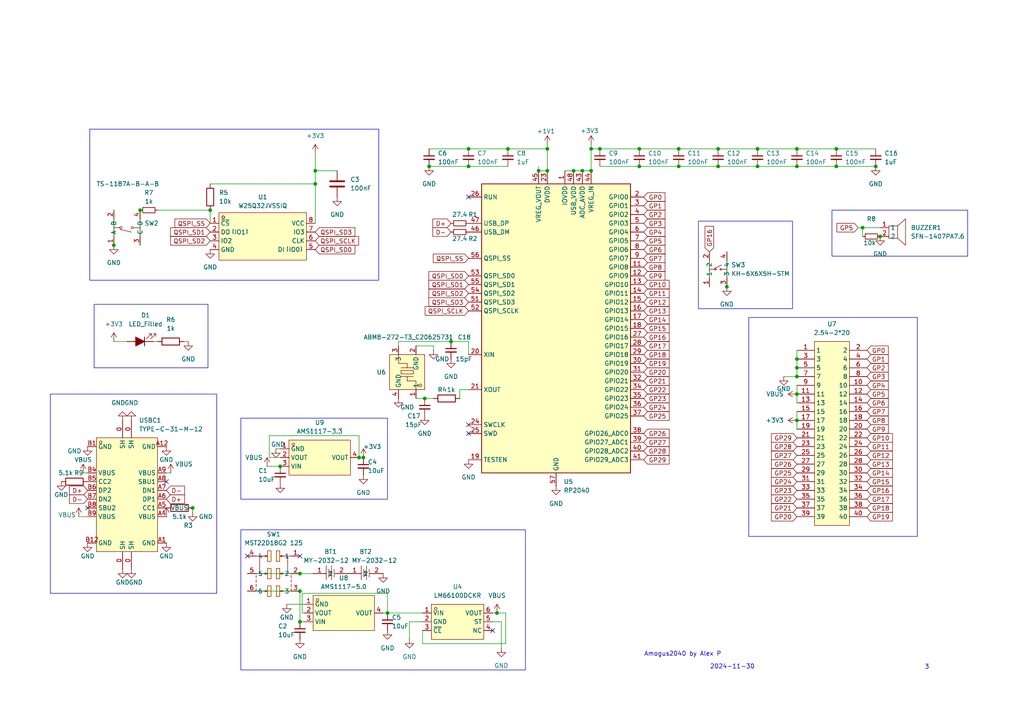
<source format=kicad_sch>
(kicad_sch (version 20231120) (generator "eeschema") (generator_version "8.0")
  (paper "A4")
  (junction (at 144.145 177.8))
  (junction (at 156.21 49.53))
  (junction (at 219.71 43.18))
  (junction (at 147.32 43.18))
  (junction (at 208.28 43.18))
  (junction (at 171.45 43.18))
  (junction (at 86.995 180.34))
  (junction (at 185.42 43.18))
  (junction (at 168.91 49.53))
  (junction (at 242.57 48.26))
  (junction (at 40.64 60.96))
  (junction (at 91.44 53.34))
  (junction (at 135.89 48.26))
  (junction (at 231.14 48.26))
  (junction (at 91.44 49.53))
  (junction (at 196.85 43.18))
  (junction (at 231.14 114.3))
  (junction (at 250.19 66.04))
  (junction (at 112.395 177.8))
  (junction (at 208.28 48.26))
  (junction (at 104.14 132.715))
  (junction (at 173.99 43.18))
  (junction (at 219.71 48.26))
  (junction (at 210.82 83.185))
  (junction (at 231.14 106.68))
  (junction (at 135.89 43.18))
  (junction (at 171.45 49.53))
  (junction (at 158.75 43.18))
  (junction (at 123.19 115.57))
  (junction (at 55.88 147.32))
  (junction (at 231.14 104.14))
  (junction (at 60.96 60.96))
  (junction (at 231.14 121.92))
  (junction (at 105.41 132.715))
  (junction (at 255.27 68.58))
  (junction (at 231.14 43.18))
  (junction (at 124.46 48.26))
  (junction (at 158.75 49.53))
  (junction (at 231.14 109.22))
  (junction (at 86.995 171.45))
  (junction (at 81.28 135.255))
  (junction (at 166.37 49.53))
  (junction (at 254 48.26))
  (junction (at 130.81 99.06))
  (junction (at 86.995 166.37))
  (junction (at 196.85 48.26))
  (junction (at 242.57 43.18))
  (junction (at 33.02 71.12))
  (junction (at 185.42 48.26))
  (no_connect (at 71.755 161.29))
  (no_connect (at 86.995 161.29))
  (no_connect (at 142.875 182.88))
  (no_connect (at 135.89 123.19))
  (no_connect (at 48.26 139.7))
  (no_connect (at 135.89 125.73))
  (no_connect (at 135.89 57.15))
  (no_connect (at 25.4 147.32))
  (wire (pts (xy 87.63 177.8) (xy 87.63 172.085)))
  (wire (pts (xy 86.995 171.45) (xy 86.995 180.34)))
  (wire (pts (xy 163.83 49.53) (xy 166.37 49.53)))
  (wire (pts (xy 115.57 100.33) (xy 115.57 99.06)))
  (wire (pts (xy 124.46 43.18) (xy 135.89 43.18)))
  (wire (pts (xy 231.14 119.38) (xy 231.14 121.92)))
  (wire (pts (xy 91.44 53.34) (xy 91.44 64.77)))
  (wire (pts (xy 168.91 49.53) (xy 171.45 49.53)))
  (wire (pts (xy 135.89 99.06) (xy 135.89 102.87)))
  (wire (pts (xy 97.79 49.53) (xy 91.44 49.53)))
  (wire (pts (xy 208.28 43.18) (xy 219.71 43.18)))
  (wire (pts (xy 250.19 66.04) (xy 255.27 66.04)))
  (wire (pts (xy 122.555 182.88) (xy 122.555 186.69)))
  (wire (pts (xy 173.99 43.18) (xy 185.42 43.18)))
  (wire (pts (xy 22.86 149.86) (xy 25.4 149.86)))
  (wire (pts (xy 49.53 137.16) (xy 48.26 137.16)))
  (wire (pts (xy 53.34 99.06) (xy 54.61 99.06)))
  (wire (pts (xy 71.755 166.37) (xy 86.995 166.37)))
  (wire (pts (xy 133.35 113.03) (xy 135.89 113.03)))
  (wire (pts (xy 118.745 180.34) (xy 122.555 180.34)))
  (wire (pts (xy 146.685 186.69) (xy 146.685 177.8)))
  (wire (pts (xy 135.89 43.18) (xy 147.32 43.18)))
  (wire (pts (xy 122.555 186.69) (xy 146.685 186.69)))
  (wire (pts (xy 87.63 177.8) (xy 88.265 177.8)))
  (wire (pts (xy 196.85 43.18) (xy 208.28 43.18)))
  (wire (pts (xy 77.47 135.255) (xy 81.28 135.255)))
  (wire (pts (xy 123.19 115.57) (xy 125.73 115.57)))
  (wire (pts (xy 231.14 43.18) (xy 242.57 43.18)))
  (wire (pts (xy 250.19 66.04) (xy 250.19 68.58)))
  (wire (pts (xy 144.145 177.8) (xy 142.875 177.8)))
  (wire (pts (xy 210.82 73.025) (xy 210.82 83.185)))
  (wire (pts (xy 104.14 132.715) (xy 104.14 126.365)))
  (wire (pts (xy 60.96 60.96) (xy 60.96 64.77)))
  (wire (pts (xy 147.32 43.18) (xy 158.75 43.18)))
  (wire (pts (xy 156.21 50.8) (xy 156.21 52.07)))
  (wire (pts (xy 120.65 115.57) (xy 123.19 115.57)))
  (wire (pts (xy 231.14 48.26) (xy 242.57 48.26)))
  (wire (pts (xy 171.45 43.18) (xy 171.45 49.53)))
  (wire (pts (xy 36.83 99.06) (xy 33.02 99.06)))
  (wire (pts (xy 83.185 175.26) (xy 88.265 175.26)))
  (wire (pts (xy 78.105 132.715) (xy 81.28 132.715)))
  (wire (pts (xy 145.415 187.96) (xy 145.415 180.34)))
  (wire (pts (xy 135.89 48.26) (xy 147.32 48.26)))
  (wire (pts (xy 185.42 43.18) (xy 196.85 43.18)))
  (wire (pts (xy 158.75 43.18) (xy 158.75 49.53)))
  (wire (pts (xy 248.92 66.04) (xy 250.19 66.04)))
  (wire (pts (xy 242.57 43.18) (xy 254 43.18)))
  (wire (pts (xy 171.45 41.91) (xy 171.45 43.18)))
  (wire (pts (xy 156.21 49.53) (xy 158.75 49.53)))
  (wire (pts (xy 145.415 180.34) (xy 142.875 180.34)))
  (wire (pts (xy 120.65 100.33) (xy 125.73 100.33)))
  (wire (pts (xy 71.755 171.45) (xy 86.995 171.45)))
  (wire (pts (xy 86.995 180.34) (xy 88.265 180.34)))
  (wire (pts (xy 205.74 73.025) (xy 205.74 83.185)))
  (wire (pts (xy 91.44 44.45) (xy 91.44 49.53)))
  (wire (pts (xy 146.685 177.8) (xy 144.145 177.8)))
  (wire (pts (xy 231.14 111.76) (xy 231.14 114.3)))
  (wire (pts (xy 80.01 130.175) (xy 81.28 130.175)))
  (wire (pts (xy 104.14 126.365) (xy 78.105 126.365)))
  (wire (pts (xy 45.72 99.06) (xy 44.45 99.06)))
  (wire (pts (xy 60.96 53.34) (xy 91.44 53.34)))
  (wire (pts (xy 219.71 48.26) (xy 231.14 48.26)))
  (wire (pts (xy 55.88 147.32) (xy 54.61 147.32)))
  (wire (pts (xy 231.14 101.6) (xy 231.14 104.14)))
  (wire (pts (xy 219.71 43.18) (xy 231.14 43.18)))
  (wire (pts (xy 118.745 185.42) (xy 118.745 180.34)))
  (wire (pts (xy 125.73 100.33) (xy 125.73 101.6)))
  (wire (pts (xy 86.995 166.37) (xy 90.805 166.37)))
  (wire (pts (xy 196.85 48.26) (xy 208.28 48.26)))
  (wire (pts (xy 133.35 115.57) (xy 133.35 113.03)))
  (wire (pts (xy 45.72 60.96) (xy 60.96 60.96)))
  (wire (pts (xy 111.125 177.8) (xy 112.395 177.8)))
  (wire (pts (xy 158.75 41.91) (xy 158.75 43.18)))
  (wire (pts (xy 231.14 114.3) (xy 231.14 116.84)))
  (wire (pts (xy 231.14 106.68) (xy 231.14 109.22)))
  (wire (pts (xy 91.44 49.53) (xy 91.44 53.34)))
  (wire (pts (xy 112.395 177.8) (xy 122.555 177.8)))
  (wire (pts (xy 55.88 148.59) (xy 55.88 147.32)))
  (wire (pts (xy 24.13 137.16) (xy 25.4 137.16)))
  (wire (pts (xy 130.81 99.06) (xy 135.89 99.06)))
  (wire (pts (xy 231.14 121.92) (xy 231.14 124.46)))
  (wire (pts (xy 208.28 48.26) (xy 219.71 48.26)))
  (wire (pts (xy 171.45 43.18) (xy 173.99 43.18)))
  (wire (pts (xy 87.63 172.085) (xy 112.395 172.085)))
  (wire (pts (xy 227.33 109.22) (xy 231.14 109.22)))
  (wire (pts (xy 105.41 132.715) (xy 104.14 132.715)))
  (wire (pts (xy 242.57 48.26) (xy 254 48.26)))
  (wire (pts (xy 231.14 104.14) (xy 231.14 106.68)))
  (wire (pts (xy 33.02 60.96) (xy 33.02 71.12)))
  (wire (pts (xy 185.42 48.26) (xy 196.85 48.26)))
  (wire (pts (xy 124.46 48.26) (xy 135.89 48.26)))
  (wire (pts (xy 115.57 99.06) (xy 130.81 99.06)))
  (wire (pts (xy 156.21 48.26) (xy 156.21 49.53)))
  (wire (pts (xy 40.64 60.96) (xy 40.64 71.12)))
  (wire (pts (xy 112.395 172.085) (xy 112.395 177.8)))
  (wire (pts (xy 166.37 49.53) (xy 168.91 49.53)))
  (wire (pts (xy 173.99 48.26) (xy 185.42 48.26)))
  (wire (pts (xy 78.105 126.365) (xy 78.105 132.715)))
  (rectangle (start 69.85 121.285) (end 112.395 144.78))
  (rectangle (start 26.035 37.465) (end 109.855 81.28))
  (rectangle (start 217.17 92.075) (end 266.065 155.575))
  (rectangle (start 14.605 114.3) (end 62.865 172.085))
  (rectangle (start 241.3 60.96) (end 280.67 74.295))
  (rectangle (start 202.565 64.135) (end 229.87 89.535))
  (rectangle (start 69.85 153.67) (end 152.4 194.31))
  (rectangle (start 27.305 88.265) (end 60.325 106.68))
  (text "3" (at 268.8608 193.5443 0) (effects (font (size 1.27 1.27))))
  (text "Amogus2040 by Alex P\n" (at 198.0185 189.7715 0) (effects (font (size 1.27 1.27))))
  (text "2024-11-30\n" (at 212.4264 193.4508 0) (effects (font (size 1.27 1.27))))
  (global_label "GP0" (shape input) (at 251.46 101.6 0) (property "Intersheetrefs" "${INTERSHEET_REFS}" (effects (hide yes))))
  (global_label "GP1" (shape input) (at 251.46 104.14 0) (property "Intersheetrefs" "${INTERSHEET_REFS}" (effects (hide yes))))
  (global_label "GP17" (shape input) (at 186.69 100.33 0) (property "Intersheetrefs" "${INTERSHEET_REFS}" (effects (hide yes))))
  (global_label "GP10" (shape input) (at 186.69 82.55 0) (property "Intersheetrefs" "${INTERSHEET_REFS}" (effects (hide yes))))
  (global_label "GP21" (shape input) (at 231.14 147.32 180) (property "Intersheetrefs" "${INTERSHEET_REFS}" (effects (hide yes))))
  (global_label "GP11" (shape input) (at 251.46 129.54 0) (property "Intersheetrefs" "${INTERSHEET_REFS}" (effects (hide yes))))
  (global_label "GP3" (shape input) (at 186.69 64.77 0) (property "Intersheetrefs" "${INTERSHEET_REFS}" (effects (hide yes))))
  (global_label "GP5" (shape input) (at 186.69 69.85 0) (property "Intersheetrefs" "${INTERSHEET_REFS}" (effects (hide yes))))
  (global_label "D+" (shape input) (at 48.26 144.78 0) (property "Intersheetrefs" "${INTERSHEET_REFS}" (effects (hide yes))))
  (global_label "GP6" (shape input) (at 251.46 116.84 0) (property "Intersheetrefs" "${INTERSHEET_REFS}" (effects (hide yes))))
  (global_label "GP9" (shape input) (at 186.69 80.01 0) (property "Intersheetrefs" "${INTERSHEET_REFS}" (effects (hide yes))))
  (global_label "GP19" (shape input) (at 186.69 105.41 0) (property "Intersheetrefs" "${INTERSHEET_REFS}" (effects (hide yes))))
  (global_label "GP12" (shape input) (at 186.69 87.63 0) (property "Intersheetrefs" "${INTERSHEET_REFS}" (effects (hide yes))))
  (global_label "GP26" (shape input) (at 231.14 134.62 180) (property "Intersheetrefs" "${INTERSHEET_REFS}" (effects (hide yes))))
  (global_label "GP8" (shape input) (at 186.69 77.47 0) (property "Intersheetrefs" "${INTERSHEET_REFS}" (effects (hide yes))))
  (global_label "GP24" (shape input) (at 231.14 139.7 180) (property "Intersheetrefs" "${INTERSHEET_REFS}" (effects (hide yes))))
  (global_label "GP22" (shape input) (at 231.14 144.78 180) (property "Intersheetrefs" "${INTERSHEET_REFS}" (effects (hide yes))))
  (global_label "GP19" (shape input) (at 251.46 149.86 0) (property "Intersheetrefs" "${INTERSHEET_REFS}" (effects (hide yes))))
  (global_label "GP0" (shape input) (at 186.69 57.15 0) (property "Intersheetrefs" "${INTERSHEET_REFS}" (effects (hide yes))))
  (global_label "GP13" (shape input) (at 186.69 90.17 0) (property "Intersheetrefs" "${INTERSHEET_REFS}" (effects (hide yes))))
  (global_label "GP29" (shape input) (at 186.69 133.35 0) (property "Intersheetrefs" "${INTERSHEET_REFS}" (effects (hide yes))))
  (global_label "GP6" (shape input) (at 186.69 72.39 0) (property "Intersheetrefs" "${INTERSHEET_REFS}" (effects (hide yes))))
  (global_label "QSPI_SD1" (shape input) (at 60.96 67.31 180) (property "Intersheetrefs" "${INTERSHEET_REFS}" (effects (hide yes))))
  (global_label "GP12" (shape input) (at 251.46 132.08 0) (property "Intersheetrefs" "${INTERSHEET_REFS}" (effects (hide yes))))
  (global_label "GP2" (shape input) (at 186.69 62.23 0) (property "Intersheetrefs" "${INTERSHEET_REFS}" (effects (hide yes))))
  (global_label "GP8" (shape input) (at 251.46 121.92 0) (property "Intersheetrefs" "${INTERSHEET_REFS}" (effects (hide yes))))
  (global_label "GP10" (shape input) (at 251.46 127 0) (property "Intersheetrefs" "${INTERSHEET_REFS}" (effects (hide yes))))
  (global_label "GP14" (shape input) (at 251.46 137.16 0) (property "Intersheetrefs" "${INTERSHEET_REFS}" (effects (hide yes))))
  (global_label "QSPI_SCLK" (shape input) (at 91.44 69.85 0) (property "Intersheetrefs" "${INTERSHEET_REFS}" (effects (hide yes))))
  (global_label "GP27" (shape input) (at 186.69 128.27 0) (property "Intersheetrefs" "${INTERSHEET_REFS}" (effects (hide yes))))
  (global_label "GP16" (shape input) (at 186.69 97.79 0) (property "Intersheetrefs" "${INTERSHEET_REFS}" (effects (hide yes))))
  (global_label "GP15" (shape input) (at 251.46 139.7 0) (property "Intersheetrefs" "${INTERSHEET_REFS}" (effects (hide yes))))
  (global_label "GP18" (shape input) (at 251.46 147.32 0) (property "Intersheetrefs" "${INTERSHEET_REFS}" (effects (hide yes))))
  (global_label "QSPI_SD1" (shape input) (at 135.89 82.55 180) (property "Intersheetrefs" "${INTERSHEET_REFS}" (effects (hide yes))))
  (global_label "D-" (shape input) (at 25.4 144.78 180) (property "Intersheetrefs" "${INTERSHEET_REFS}" (effects (hide yes))))
  (global_label "GP14" (shape input) (at 186.69 92.71 0) (property "Intersheetrefs" "${INTERSHEET_REFS}" (effects (hide yes))))
  (global_label "GP4" (shape input) (at 186.69 67.31 0) (property "Intersheetrefs" "${INTERSHEET_REFS}" (effects (hide yes))))
  (global_label "QSPI_SS" (shape input) (at 60.96 64.77 180) (property "Intersheetrefs" "${INTERSHEET_REFS}" (effects (hide yes))))
  (global_label "GP17" (shape input) (at 251.46 144.78 0) (property "Intersheetrefs" "${INTERSHEET_REFS}" (effects (hide yes))))
  (global_label "GP21" (shape input) (at 186.69 110.49 0) (property "Intersheetrefs" "${INTERSHEET_REFS}" (effects (hide yes))))
  (global_label "GP20" (shape input) (at 231.14 149.86 180) (property "Intersheetrefs" "${INTERSHEET_REFS}" (effects (hide yes))))
  (global_label "GP16" (shape input) (at 205.74 73.025 90) (property "Intersheetrefs" "${INTERSHEET_REFS}" (effects (hide yes))))
  (global_label "QSPI_SS" (shape input) (at 135.89 74.93 180) (property "Intersheetrefs" "${INTERSHEET_REFS}" (effects (hide yes))))
  (global_label "D-" (shape input) (at 48.26 142.24 0) (property "Intersheetrefs" "${INTERSHEET_REFS}" (effects (hide yes))))
  (global_label "GP5" (shape input) (at 251.46 114.3 0) (property "Intersheetrefs" "${INTERSHEET_REFS}" (effects (hide yes))))
  (global_label "QSPI_SD0" (shape input) (at 135.89 80.01 180) (property "Intersheetrefs" "${INTERSHEET_REFS}" (effects (hide yes))))
  (global_label "GP29" (shape input) (at 231.14 127 180) (property "Intersheetrefs" "${INTERSHEET_REFS}" (effects (hide yes))))
  (global_label "GP26" (shape input) (at 186.69 125.73 0) (property "Intersheetrefs" "${INTERSHEET_REFS}" (effects (hide yes))))
  (global_label "GP28" (shape input) (at 186.69 130.81 0) (property "Intersheetrefs" "${INTERSHEET_REFS}" (effects (hide yes))))
  (global_label "GP11" (shape input) (at 186.69 85.09 0) (property "Intersheetrefs" "${INTERSHEET_REFS}" (effects (hide yes))))
  (global_label "GP5" (shape input) (at 248.92 66.04 180) (property "Intersheetrefs" "${INTERSHEET_REFS}" (effects (hide yes))))
  (global_label "QSPI_SD2" (shape input) (at 60.96 69.85 180) (property "Intersheetrefs" "${INTERSHEET_REFS}" (effects (hide yes))))
  (global_label "GP3" (shape input) (at 251.46 109.22 0) (property "Intersheetrefs" "${INTERSHEET_REFS}" (effects (hide yes))))
  (global_label "D+" (shape input) (at 130.81 64.77 180) (property "Intersheetrefs" "${INTERSHEET_REFS}" (effects (hide yes))))
  (global_label "GP20" (shape input) (at 186.69 107.95 0) (property "Intersheetrefs" "${INTERSHEET_REFS}" (effects (hide yes))))
  (global_label "GP15" (shape input) (at 186.69 95.25 0) (property "Intersheetrefs" "${INTERSHEET_REFS}" (effects (hide yes))))
  (global_label "D+" (shape input) (at 25.4 142.24 180) (property "Intersheetrefs" "${INTERSHEET_REFS}" (effects (hide yes))))
  (global_label "GP25" (shape input) (at 231.14 137.16 180) (property "Intersheetrefs" "${INTERSHEET_REFS}" (effects (hide yes))))
  (global_label "GP27" (shape input) (at 231.14 132.08 180) (property "Intersheetrefs" "${INTERSHEET_REFS}" (effects (hide yes))))
  (global_label "QSPI_SCLK" (shape input) (at 135.89 90.17 180) (property "Intersheetrefs" "${INTERSHEET_REFS}" (effects (hide yes))))
  (global_label "GP25" (shape input) (at 186.69 120.65 0) (property "Intersheetrefs" "${INTERSHEET_REFS}" (effects (hide yes))))
  (global_label "GP23" (shape input) (at 186.69 115.57 0) (property "Intersheetrefs" "${INTERSHEET_REFS}" (effects (hide yes))))
  (global_label "GP9" (shape input) (at 251.46 124.46 0) (property "Intersheetrefs" "${INTERSHEET_REFS}" (effects (hide yes))))
  (global_label "QSPI_SD3" (shape input) (at 91.44 67.31 0) (property "Intersheetrefs" "${INTERSHEET_REFS}" (effects (hide yes))))
  (global_label "GP22" (shape input) (at 186.69 113.03 0) (property "Intersheetrefs" "${INTERSHEET_REFS}" (effects (hide yes))))
  (global_label "GP18" (shape input) (at 186.69 102.87 0) (property "Intersheetrefs" "${INTERSHEET_REFS}" (effects (hide yes))))
  (global_label "GP7" (shape input) (at 251.46 119.38 0) (property "Intersheetrefs" "${INTERSHEET_REFS}" (effects (hide yes))))
  (global_label "GP1" (shape input) (at 186.69 59.69 0) (property "Intersheetrefs" "${INTERSHEET_REFS}" (effects (hide yes))))
  (global_label "GP24" (shape input) (at 186.69 118.11 0) (property "Intersheetrefs" "${INTERSHEET_REFS}" (effects (hide yes))))
  (global_label "GP23" (shape input) (at 231.14 142.24 180) (property "Intersheetrefs" "${INTERSHEET_REFS}" (effects (hide yes))))
  (global_label "GP2" (shape input) (at 251.46 106.68 0) (property "Intersheetrefs" "${INTERSHEET_REFS}" (effects (hide yes))))
  (global_label "GP28" (shape input) (at 231.14 129.54 180) (property "Intersheetrefs" "${INTERSHEET_REFS}" (effects (hide yes))))
  (global_label "D-" (shape input) (at 130.81 67.31 180) (property "Intersheetrefs" "${INTERSHEET_REFS}" (effects (hide yes))))
  (global_label "QSPI_SD3" (shape input) (at 135.89 87.63 180) (property "Intersheetrefs" "${INTERSHEET_REFS}" (effects (hide yes))))
  (global_label "GP13" (shape input) (at 251.46 134.62 0) (property "Intersheetrefs" "${INTERSHEET_REFS}" (effects (hide yes))))
  (global_label "GP16" (shape input) (at 251.46 142.24 0) (property "Intersheetrefs" "${INTERSHEET_REFS}" (effects (hide yes))))
  (global_label "QSPI_SD0" (shape input) (at 91.44 72.39 0) (property "Intersheetrefs" "${INTERSHEET_REFS}" (effects (hide yes))))
  (global_label "GP7" (shape input) (at 186.69 74.93 0) (property "Intersheetrefs" "${INTERSHEET_REFS}" (effects (hide yes))))
  (global_label "QSPI_SD2" (shape input) (at 135.89 85.09 180) (property "Intersheetrefs" "${INTERSHEET_REFS}" (effects (hide yes))))
  (global_label "GP4" (shape input) (at 251.46 111.76 0) (property "Intersheetrefs" "${INTERSHEET_REFS}" (effects (hide yes))))
  (symbol (lib_id "Device:C") (at 97.79 53.34 0) (unit 1)
    (property "Reference" "C3" (at 101.6 52.0699 0) (effects (justify left)))
    (property "Value" "100nF" (at 101.6 54.6099 0) (effects (justify left)))
    (property "Footprint" "Capacitor_SMD:C_0402_1005Metric" (effects (hide yes)))
    (property "Description" "Unpolarized capacitor" (effects (hide yes)))
    (property "LCSC Part" "C1525" (effects (hide yes)))
  )
  (symbol (lib_id "Device:R") (at 49.53 99.06 90) (unit 1)
    (property "Reference" "R6" (at 49.53 92.71 90))
    (property "Value" "1k" (at 49.53 95.25 90))
    (property "Footprint" "Resistor_SMD:R_0402_1005Metric" (effects (hide yes)))
    (property "Description" "Resistor" (effects (hide yes)))
    (property "LCSC Part" "C11702" (effects (hide yes)))
  )
  (symbol (lib_id "power:GND") (at 48.26 157.48 0) (unit 1)
    (property "Reference" "#PWR043" (effects (hide yes)))
    (property "Value" "GND" (at 48.26 161.29 0))
    (property "Description" "Power symbol creates a global label with name \"GND\" , ground" (effects (hide yes)))
  )
  (symbol (lib_id "power:GND") (at 111.125 166.37 0) (unit 1)
    (property "Reference" "#PWR016" (effects (hide yes)))
    (property "Value" "GND" (at 111.125 171.45 0))
    (property "Description" "Power symbol creates a global label with name \"GND\" , ground" (effects (hide yes)))
  )
  (symbol (lib_id "Device:R_Small") (at 252.73 68.58 90) (unit 1)
    (property "Reference" "R8" (at 252.73 63.5 90))
    (property "Value" "10k" (at 252.2259 70.4394 90))
    (property "Footprint" "Resistor_SMD:R_0805_2012Metric" (effects (hide yes)))
    (property "Description" "Resistor, small symbol" (effects (hide yes)))
    (property "LCSC Part" " C17414" (effects (hide yes)))
  )
  (symbol (lib_id "amogus:LM66100DCKR") (at 132.715 180.34 0) (unit 1)
    (property "Reference" "U4" (at 132.715 170.18 0))
    (property "Value" "LM66100DCKR" (at 132.715 172.72 0))
    (property "Footprint" "easyeda2kicad:SC-70-6_L2.0-W1.3-P0.65-LS2.1-BL" (effects (hide yes)))
    (property "LCSC Part" "C2869734" (effects (hide yes)))
  )
  (symbol (lib_id "Device:R") (at 21.59 139.7 90) (unit 1)
    (property "Reference" "R9" (at 22.86 137.16 90))
    (property "Value" "5.1k" (at 19.05 137.16 90))
    (property "Footprint" "Resistor_SMD:R_0603_1608Metric" (effects (hide yes)))
    (property "Description" "Resistor" (effects (hide yes)))
    (property "LCSC Part" "C23186" (effects (hide yes)))
  )
  (symbol (lib_id "amogus:TS-1187A-B-A-B") (at 35.56 66.04 90) (unit 1)
    (property "Reference" "SW2" (at 41.91 64.7699 90) (effects (justify right)))
    (property "Value" "TS-1187A-B-A-B" (at 27.94 53.34 90) (effects (justify right)))
    (property "Footprint" "easyeda2kicad:SW-SMD_4P-L5.1-W5.1-P3.70-LS6.5-TL_H1.5" (effects (hide yes)))
    (property "Datasheet" "https://lcsc.com/product-detail/Tactile-Switches_XKB-Enterprise-TS-1187-B-A-A_C318884.html" (effects (hide yes)))
    (property "LCSC Part" "C318884" (effects (hide yes)))
  )
  (symbol (lib_id "power:+3V3") (at 105.41 132.715 0) (unit 1)
    (property "Reference" "#PWR013" (effects (hide yes)))
    (property "Value" "+3V3" (at 107.95 129.54 0))
    (property "Description" "Power symbol creates a global label with name \"+3V3\"" (effects (hide yes)))
  )
  (symbol (lib_id "Device:LED_Filled") (at 40.64 99.06 180) (unit 1)
    (property "Reference" "D1" (at 42.2275 91.44 0))
    (property "Value" "LED_Filled" (at 42.2275 93.98 0))
    (property "Footprint" "LED_SMD:LED_0603_1608Metric" (effects (hide yes)))
    (property "Description" "Light emitting diode, filled shape" (effects (hide yes)))
    (property "LCSC Part" "C2286" (effects (hide yes)))
  )
  (symbol (lib_id "power:GND") (at 112.395 182.88 0) (unit 1)
    (property "Reference" "#PWR015" (effects (hide yes)))
    (property "Value" "GND" (at 112.395 187.96 0))
    (property "Description" "Power symbol creates a global label with name \"GND\" , ground" (effects (hide yes)))
  )
  (symbol (lib_id "Device:R") (at 60.96 57.15 0) (unit 1)
    (property "Reference" "R5" (at 63.5 55.8799 0) (effects (justify left)))
    (property "Value" "10k" (at 63.5 58.4199 0) (effects (justify left)))
    (property "Footprint" "Resistor_SMD:R_0805_2012Metric" (effects (hide yes)))
    (property "Description" "Resistor" (effects (hide yes)))
    (property "LCSC Part" " C17414" (effects (hide yes)))
  )
  (symbol (lib_id "power:GND") (at 124.46 48.26 0) (unit 1)
    (property "Reference" "#PWR044" (effects (hide yes)))
    (property "Value" "GND" (at 124.46 53.34 0))
    (property "Description" "Power symbol creates a global label with name \"GND\" , ground" (effects (hide yes)))
  )
  (symbol (lib_id "power:+3V3") (at 33.02 99.06 0) (unit 1)
    (property "Reference" "#PWR026" (effects (hide yes)))
    (property "Value" "+3V3" (at 33.02 93.98 0))
    (property "Description" "Power symbol creates a global label with name \"+3V3\"" (effects (hide yes)))
  )
  (symbol (lib_id "amogus:SFN-1407PA7.6") (at 257.81 66.04 0) (unit 1)
    (property "Reference" "BUZZER1" (at 264.16 66.0399 0) (effects (justify left)))
    (property "Value" "SFN-1407PA7.6" (at 264.16 68.5799 0) (effects (justify left)))
    (property "Footprint" "easyeda2kicad:BUZ-TH_BD14.0-P7.60-D0.7" (effects (hide yes)))
    (property "Datasheet" "https://lcsc.com/product-detail/Others_S-S-SFN-1407PA7-6_C360603.html" (effects (hide yes)))
    (property "LCSC Part" "C360603" (effects (hide yes)))
  )
  (symbol (lib_id "power:GND") (at 17.78 139.7 0) (unit 1)
    (property "Reference" "#PWR038" (effects (hide yes)))
    (property "Value" "GND" (at 17.78 143.51 0))
    (property "Description" "Power symbol creates a global label with name \"GND\" , ground" (effects (hide yes)))
  )
  (symbol (lib_id "amogus:AMS1117-3.3") (at 92.71 132.715 0) (unit 1)
    (property "Reference" "U9" (at 92.71 122.555 0))
    (property "Value" "AMS1117-3.3" (at 92.71 125.095 0))
    (property "Footprint" "easyeda2kicad:SOT-223-3_L6.5-W3.4-P2.30-LS7.0-BR" (effects (hide yes)))
    (property "Datasheet" "https://lcsc.com/product-detail/Low-Dropout-Regulators-LDO_AMS_AMS1117-3-3_AMS1117-3-3_C6186.html" (effects (hide yes)))
    (property "LCSC Part" "C6186" (effects (hide yes)))
  )
  (symbol (lib_id "amogus:ABM8-272-T3_C20625731") (at 118.11 107.95 90) (unit 1)
    (property "Reference" "U6" (at 109.22 107.95 90) (effects (justify right)))
    (property "Value" "ABM8-272-T3_C20625731" (at 105.41 97.79 90) (effects (justify right)))
    (property "Footprint" "easyeda2kicad:CRYSTAL-SMD_4P-L3.2-W2.5-BL" (effects (hide yes)))
    (property "LCSC Part" "C20625731" (effects (hide yes)))
  )
  (symbol (lib_id "Device:C_Small") (at 112.395 180.34 0) (unit 1)
    (property "Reference" "C5" (at 113.665 179.07 0) (effects (justify left)))
    (property "Value" "10uF" (at 113.665 181.61 0) (effects (justify left)))
    (property "Footprint" "Capacitor_SMD:C_1206_3216Metric" (effects (hide yes)))
    (property "Description" "Unpolarized capacitor, small symbol" (effects (hide yes)))
    (property "LCSC Part" "C7171" (effects (hide yes)))
  )
  (symbol (lib_id "Device:C_Small") (at 173.99 45.72 0) (unit 1)
    (property "Reference" "C9" (at 176.53 44.45 0) (effects (justify left)))
    (property "Value" "100nF" (at 176.53 46.9962 0) (effects (justify left)))
    (property "Footprint" "Capacitor_SMD:C_0402_1005Metric" (effects (hide yes)))
    (property "Description" "Unpolarized capacitor, small symbol" (effects (hide yes)))
    (property "LCSC Part" "C1525" (effects (hide yes)))
  )
  (symbol (lib_id "power:GND") (at 105.41 137.795 0) (unit 1)
    (property "Reference" "#PWR014" (effects (hide yes)))
    (property "Value" "GND" (at 105.41 142.875 0))
    (property "Description" "Power symbol creates a global label with name \"GND\" , ground" (effects (hide yes)))
  )
  (symbol (lib_id "Device:R_Small") (at 133.35 67.31 90) (unit 1)
    (property "Reference" "R2" (at 137.16 69.215 90))
    (property "Value" "27.4" (at 133.35 69.215 90))
    (property "Footprint" "Resistor_SMD:R_0603_1608Metric" (effects (hide yes)))
    (property "Description" "Resistor, small symbol" (effects (hide yes)))
    (property "LCSC Part" "C5126244" (effects (hide yes)))
  )
  (symbol (lib_id "power:GND") (at 227.33 109.22 0) (unit 1)
    (property "Reference" "#PWR029" (effects (hide yes)))
    (property "Value" "GND" (at 227.2876 112.7382 0))
    (property "Description" "Power symbol creates a global label with name \"GND\" , ground" (effects (hide yes)))
  )
  (symbol (lib_id "amogus:KH-6X6X5H-STM") (at 208.28 78.105 90) (unit 1)
    (property "Reference" "SW3" (at 212.09 76.8349 90) (effects (justify right)))
    (property "Value" "KH-6X6X5H-STM" (at 212.09 79.3749 90) (effects (justify right)))
    (property "Footprint" "easyeda2kicad:SW-SMD_4P-L6.0-W6.0-P4.50-LS9.0-2" (effects (hide yes)))
    (property "LCSC Part" "C2837531" (effects (hide yes)))
  )
  (symbol (lib_id "Device:C_Small") (at 242.57 45.72 0) (unit 1)
    (property "Reference" "C15" (at 245.11 44.4562 0) (effects (justify left)))
    (property "Value" "100nF" (at 245.11 46.9962 0) (effects (justify left)))
    (property "Footprint" "Capacitor_SMD:C_0402_1005Metric" (effects (hide yes)))
    (property "Description" "Unpolarized capacitor, small symbol" (effects (hide yes)))
    (property "LCSC Part" "C1525" (effects (hide yes)))
  )
  (symbol (lib_id "power:GND") (at 80.01 130.175 0) (unit 1)
    (property "Reference" "#PWR07" (effects (hide yes)))
    (property "Value" "GND" (at 80.645 128.905 0))
    (property "Description" "Power symbol creates a global label with name \"GND\" , ground" (effects (hide yes)))
  )
  (symbol (lib_id "power:GND") (at 254 48.26 0) (unit 1)
    (property "Reference" "#PWR011" (effects (hide yes)))
    (property "Value" "GND" (at 254 53.34 0))
    (property "Description" "Power symbol creates a global label with name \"GND\" , ground" (effects (hide yes)))
  )
  (symbol (lib_id "Device:C_Small") (at 135.89 45.72 0) (unit 1)
    (property "Reference" "C7" (at 138.43 44.4562 0) (effects (justify left)))
    (property "Value" "100nF" (at 138.43 46.9962 0) (effects (justify left)))
    (property "Footprint" "Capacitor_SMD:C_0402_1005Metric" (effects (hide yes)))
    (property "Description" "Unpolarized capacitor, small symbol" (effects (hide yes)))
    (property "LCSC Part" "C1525" (effects (hide yes)))
  )
  (symbol (lib_id "power:GND") (at 210.82 83.185 0) (unit 1)
    (property "Reference" "#PWR033" (effects (hide yes)))
    (property "Value" "GND" (at 210.82 88.265 0))
    (property "Description" "Power symbol creates a global label with name \"GND\" , ground" (effects (hide yes)))
  )
  (symbol (lib_id "power:VBUS") (at 24.13 137.16 0) (unit 1)
    (property "Reference" "#PWR03" (effects (hide yes)))
    (property "Value" "VBUS" (at 24.13 133.35 0))
    (property "Description" "Power symbol creates a global label with name \"VBUS\"" (effects (hide yes)))
  )
  (symbol (lib_id "Device:C_Small") (at 123.19 118.11 0) (unit 1)
    (property "Reference" "C17" (at 118.11 120.65 0) (effects (justify left)))
    (property "Value" "15pF" (at 117.475 123.19 0) (effects (justify left)))
    (property "Footprint" "Capacitor_SMD:C_0402_1005Metric" (effects (hide yes)))
    (property "Description" "Unpolarized capacitor, small symbol" (effects (hide yes)))
    (property "LCSC Part" "C1548" (effects (hide yes)))
  )
  (symbol (lib_id "power:GND") (at 125.73 101.6 0) (unit 1)
    (property "Reference" "#PWR025" (effects (hide yes)))
    (property "Value" "GND" (at 128.27 104.14 0))
    (property "Description" "Power symbol creates a global label with name \"GND\" , ground" (effects (hide yes)))
  )
  (symbol (lib_id "power:VBUS") (at 77.47 135.255 0) (unit 1)
    (property "Reference" "#PWR06" (effects (hide yes)))
    (property "Value" "VBUS" (at 73.66 132.715 0))
    (property "Description" "Power symbol creates a global label with name \"VBUS\"" (effects (hide yes)))
  )
  (symbol (lib_id "power:VBUS") (at 144.145 177.8 0) (unit 1)
    (property "Reference" "#PWR018" (effects (hide yes)))
    (property "Value" "VBUS" (at 144.145 172.72 0))
    (property "Description" "Power symbol creates a global label with name \"VBUS\"" (effects (hide yes)))
  )
  (symbol (lib_id "Device:C_Small") (at 231.14 45.72 0) (unit 1)
    (property "Reference" "C14" (at 233.68 44.4562 0) (effects (justify left)))
    (property "Value" "100nF" (at 233.68 46.9962 0) (effects (justify left)))
    (property "Footprint" "Capacitor_SMD:C_0402_1005Metric" (effects (hide yes)))
    (property "Description" "Unpolarized capacitor, small symbol" (effects (hide yes)))
    (property "LCSC Part" "C1525" (effects (hide yes)))
  )
  (symbol (lib_id "power:VBUS") (at 49.53 137.16 0) (unit 1)
    (property "Reference" "#PWR036" (effects (hide yes)))
    (property "Value" "VBUS" (at 53.34 134.62 0))
    (property "Description" "Power symbol creates a global label with name \"VBUS\"" (effects (hide yes)))
  )
  (symbol (lib_id "amogus:MST22D18G2125") (at 79.375 166.37 270) (unit 1)
    (property "Reference" "SW1" (at 79.375 154.94 90))
    (property "Value" "MST22D18G2 125" (at 79.375 157.48 90))
    (property "Footprint" "easyeda2kicad:SW-SMD_MST22D18G2" (effects (hide yes)))
    (property "LCSC Part" "C2906280" (effects (hide yes)))
  )
  (symbol (lib_id "power:GND") (at 25.4 157.48 0) (unit 1)
    (property "Reference" "#PWR042" (effects (hide yes)))
    (property "Value" "GND" (at 25.4 161.29 0))
    (property "Description" "Power symbol creates a global label with name \"GND\" , ground" (effects (hide yes)))
  )
  (symbol (lib_id "power:GND") (at 86.995 185.42 0) (unit 1)
    (property "Reference" "#PWR08" (effects (hide yes)))
    (property "Value" "GND" (at 86.995 190.5 0))
    (property "Description" "Power symbol creates a global label with name \"GND\" , ground" (effects (hide yes)))
  )
  (symbol (lib_id "Device:C_Small") (at 208.28 45.72 0) (unit 1)
    (property "Reference" "C12" (at 210.82 44.4562 0) (effects (justify left)))
    (property "Value" "100nF" (at 210.82 46.9962 0) (effects (justify left)))
    (property "Footprint" "Capacitor_SMD:C_0402_1005Metric" (effects (hide yes)))
    (property "Description" "Unpolarized capacitor, small symbol" (effects (hide yes)))
    (property "LCSC Part" "C1525" (effects (hide yes)))
  )
  (symbol (lib_id "amogus:AMS1117-5.0") (at 99.695 177.8 0) (unit 1)
    (property "Reference" "U8" (at 99.695 167.64 0))
    (property "Value" "AMS1117-5.0" (at 99.695 170.18 0))
    (property "Footprint" "easyeda2kicad:SOT-223_L6.5-W3.5-P2.30-LS7.0-BR" (effects (hide yes)))
    (property "Datasheet" "https://lcsc.com/product-detail/Low-Dropout-Regulators-LDO_AMS_AMS1117-5-0_AMS1117-5-0_C6187.html" (effects (hide yes)))
    (property "LCSC Part" "C6187" (effects (hide yes)))
  )
  (symbol (lib_id "power:GND") (at 38.1 165.1 0) (unit 1)
    (property "Reference" "#PWR035" (effects (hide yes)))
    (property "Value" "GND" (at 39.37 168.91 0))
    (property "Description" "Power symbol creates a global label with name \"GND\" , ground" (effects (hide yes)))
  )
  (symbol (lib_id "power:GND") (at 54.61 99.06 0) (unit 1)
    (property "Reference" "#PWR027" (effects (hide yes)))
    (property "Value" "GND" (at 54.61 104.14 0))
    (property "Description" "Power symbol creates a global label with name \"GND\" , ground" (effects (hide yes)))
  )
  (symbol (lib_id "power:GND") (at 130.81 104.14 0) (unit 1)
    (property "Reference" "#PWR046" (effects (hide yes)))
    (property "Value" "GND" (at 130.81 109.22 0))
    (property "Description" "Power symbol creates a global label with name \"GND\" , ground" (effects (hide yes)))
  )
  (symbol (lib_id "power:GND") (at 118.745 185.42 0) (unit 1)
    (property "Reference" "#PWR017" (effects (hide yes)))
    (property "Value" "GND" (at 118.745 190.5 0))
    (property "Description" "Power symbol creates a global label with name \"GND\" , ground" (effects (hide yes)))
  )
  (symbol (lib_id "Device:C_Small") (at 86.995 182.88 0) (unit 1)
    (property "Reference" "C2" (at 80.645 181.61 0) (effects (justify left)))
    (property "Value" "10uF" (at 80.645 184.15 0) (effects (justify left)))
    (property "Footprint" "Capacitor_SMD:C_1206_3216Metric" (effects (hide yes)))
    (property "Description" "Unpolarized capacitor, small symbol" (effects (hide yes)))
    (property "LCSC Part" "C7171" (effects (hide yes)))
  )
  (symbol (lib_id "power:GND") (at 60.96 72.39 0) (unit 1)
    (property "Reference" "#PWR04" (effects (hide yes)))
    (property "Value" "GND" (at 60.96 77.47 0))
    (property "Description" "Power symbol creates a global label with name \"GND\" , ground" (effects (hide yes)))
  )
  (symbol (lib_id "power:VBUS") (at 22.86 149.86 0) (unit 1)
    (property "Reference" "#PWR039" (effects (hide yes)))
    (property "Value" "VBUS" (at 19.4612 149.3466 0))
    (property "Description" "Power symbol creates a global label with name \"VBUS\"" (effects (hide yes)))
  )
  (symbol (lib_id "power:VBUS") (at 48.26 149.86 0) (unit 1)
    (property "Reference" "#PWR045" (effects (hide yes)))
    (property "Value" "VBUS" (at 52.07 147.32 0))
    (property "Description" "Power symbol creates a global label with name \"VBUS\"" (effects (hide yes)))
  )
  (symbol (lib_id "Device:R") (at 52.07 147.32 90) (unit 1)
    (property "Reference" "R3" (at 54.61 152.4 90))
    (property "Value" "5.1k" (at 52.07 149.86 90))
    (property "Footprint" "Resistor_SMD:R_0603_1608Metric" (effects (hide yes)))
    (property "Description" "Resistor" (effects (hide yes)))
    (property "LCSC Part" "C23186" (effects (hide yes)))
  )
  (symbol (lib_id "power:+3V3") (at 91.44 44.45 0) (unit 1)
    (property "Reference" "#PWR010" (effects (hide yes)))
    (property "Value" "+3V3" (at 91.44 39.37 0))
    (property "Description" "Power symbol creates a global label with name \"+3V3\"" (effects (hide yes)))
  )
  (symbol (lib_id "Device:C_Small") (at 130.81 101.6 0) (unit 1)
    (property "Reference" "C18" (at 132.715 97.79 0) (effects (justify left)))
    (property "Value" "15pF" (at 132.08 104.14 0) (effects (justify left)))
    (property "Footprint" "Capacitor_SMD:C_0402_1005Metric" (effects (hide yes)))
    (property "Description" "Unpolarized capacitor, small symbol" (effects (hide yes)))
    (property "LCSC Part" "C1548" (effects (hide yes)))
  )
  (symbol (lib_id "amogus:TYPE-C-31-M-12") (at 36.83 143.51 0) (unit 1)
    (property "Reference" "USBC1" (at 40.2941 121.92 0) (effects (justify left)))
    (property "Value" "TYPE-C-31-M-12" (at 40.2941 124.46 0) (effects (justify left)))
    (property "Footprint" "easyeda2kicad:USB-C_SMD-TYPE-C-31-M-12" (effects (hide yes)))
    (property "Datasheet" "https://lcsc.com/product-detail/USB-Type-C_Korean-Hroparts-Elec-TYPE-C-31-M-12_C165948.html" (effects (hide yes)))
    (property "LCSC Part" "C165948" (effects (hide yes)))
  )
  (symbol (lib_id "Device:C_Small") (at 105.41 135.255 0) (unit 1)
    (property "Reference" "C4" (at 106.68 133.985 0) (effects (justify left)))
    (property "Value" "10uF" (at 106.68 136.525 0) (effects (justify left)))
    (property "Footprint" "Capacitor_SMD:C_1206_3216Metric" (effects (hide yes)))
    (property "Description" "Unpolarized capacitor, small symbol" (effects (hide yes)))
    (property "LCSC Part" "C7171" (effects (hide yes)))
  )
  (symbol (lib_id "Device:C_Small") (at 124.46 45.72 0) (unit 1)
    (property "Reference" "C6" (at 127 44.45 0) (effects (justify left)))
    (property "Value" "100nF" (at 127 46.9962 0) (effects (justify left)))
    (property "Footprint" "Capacitor_SMD:C_0402_1005Metric" (effects (hide yes)))
    (property "Description" "Unpolarized capacitor, small symbol" (effects (hide yes)))
    (property "LCSC Part" "C1525" (effects (hide yes)))
  )
  (symbol (lib_id "power:GND") (at 83.185 175.26 0) (unit 1)
    (property "Reference" "#PWR09" (effects (hide yes)))
    (property "Value" "GND" (at 83.185 179.07 0))
    (property "Description" "Power symbol creates a global label with name \"GND\" , ground" (effects (hide yes)))
  )
  (symbol (lib_id "Device:C_Small") (at 196.85 45.72 0) (unit 1)
    (property "Reference" "C11" (at 199.39 44.45 0) (effects (justify left)))
    (property "Value" "100nF" (at 199.39 46.9962 0) (effects (justify left)))
    (property "Footprint" "Capacitor_SMD:C_0402_1005Metric" (effects (hide yes)))
    (property "Description" "Unpolarized capacitor, small symbol" (effects (hide yes)))
    (property "LCSC Part" "C1525" (effects (hide yes)))
  )
  (symbol (lib_id "power:GND") (at 81.28 140.335 0) (unit 1)
    (property "Reference" "#PWR05" (effects (hide yes)))
    (property "Value" "GND" (effects (hide yes)))
    (property "Description" "Power symbol creates a global label with name \"GND\" , ground" (effects (hide yes)))
  )
  (symbol (lib_id "Device:C_Small") (at 185.42 45.72 0) (unit 1)
    (property "Reference" "C10" (at 187.96 44.4562 0) (effects (justify left)))
    (property "Value" "100nF" (at 187.96 46.9962 0) (effects (justify left)))
    (property "Footprint" "Capacitor_SMD:C_0402_1005Metric" (effects (hide yes)))
    (property "Description" "Unpolarized capacitor, small symbol" (effects (hide yes)))
    (property "LCSC Part" "C1525" (effects (hide yes)))
  )
  (symbol (lib_id "power:GND") (at 25.4 129.54 0) (unit 1)
    (property "Reference" "#PWR040" (effects (hide yes)))
    (property "Value" "GND" (at 21.59 130.81 0))
    (property "Description" "Power symbol creates a global label with name \"GND\" , ground" (effects (hide yes)))
  )
  (symbol (lib_id "Device:C_Small") (at 254 45.72 0) (unit 1)
    (property "Reference" "C16" (at 256.54 44.4562 0) (effects (justify left)))
    (property "Value" "1uF" (at 256.54 46.99 0) (effects (justify left)))
    (property "Footprint" "Capacitor_SMD:C_0402_1005Metric" (effects (hide yes)))
    (property "Description" "Unpolarized capacitor, small symbol" (effects (hide yes)))
    (property "LCSC Part" "C52923" (effects (hide yes)))
  )
  (symbol (lib_id "power:GND") (at 145.415 187.96 0) (unit 1)
    (property "Reference" "#PWR019" (effects (hide yes)))
    (property "Value" "GND" (at 145.415 193.04 0))
    (property "Description" "Power symbol creates a global label with name \"GND\" , ground" (effects (hide yes)))
  )
  (symbol (lib_id "Device:C_Small") (at 81.28 137.795 0) (unit 1)
    (property "Reference" "C1" (at 74.93 136.525 0) (effects (justify left)))
    (property "Value" "10uF" (at 74.93 139.065 0) (effects (justify left)))
    (property "Footprint" "Capacitor_SMD:C_1206_3216Metric" (effects (hide yes)))
    (property "Description" "Unpolarized capacitor, small symbol" (effects (hide yes)))
    (property "LCSC Part" "C7171" (effects (hide yes)))
  )
  (symbol (lib_id "power:GND") (at 55.88 148.59 0) (unit 1)
    (property "Reference" "#PWR037" (effects (hide yes)))
    (property "Value" "GND" (at 59.69 149.86 0))
    (property "Description" "Power symbol creates a global label with name \"GND\" , ground" (effects (hide yes)))
  )
  (symbol (lib_id "power:GND") (at 35.56 165.1 0) (unit 1)
    (property "Reference" "#PWR034" (effects (hide yes)))
    (property "Value" "GND" (at 35.56 168.91 0))
    (property "Description" "Power symbol creates a global label with name \"GND\" , ground" (effects (hide yes)))
  )
  (symbol (lib_id "power:GND") (at 38.1 121.92 180) (unit 1)
    (property "Reference" "#PWR02" (effects (hide yes)))
    (property "Value" "GND" (at 38.1 116.84 0))
    (property "Description" "Power symbol creates a global label with name \"GND\" , ground" (effects (hide yes)))
  )
  (symbol (lib_id "power:+1V1") (at 158.75 41.91 0) (unit 1)
    (property "Reference" "#PWR021" (effects (hide yes)))
    (property "Value" "+1V1" (at 158.3547 38.0642 0))
    (property "Description" "Power symbol creates a global label with name \"+1V1\"" (effects (hide yes)))
  )
  (symbol (lib_id "power:+3V3") (at 171.45 41.91 0) (unit 1)
    (property "Reference" "#PWR023" (effects (hide yes)))
    (property "Value" "+3V3" (at 170.9715 37.9405 0))
    (property "Description" "Power symbol creates a global label with name \"+3V3\"" (effects (hide yes)))
  )
  (symbol (lib_id "power:GND") (at 135.89 133.35 0) (unit 1)
    (property "Reference" "#PWR020" (effects (hide yes)))
    (property "Value" "GND" (at 135.89 138.43 0))
    (property "Description" "Power symbol creates a global label with name \"GND\" , ground" (effects (hide yes)))
  )
  (symbol (lib_id "Device:R_Small") (at 43.18 60.96 90) (unit 1)
    (property "Reference" "R7" (at 43.18 55.88 90))
    (property "Value" "1k" (at 43.18 58.42 90))
    (property "Footprint" "Resistor_SMD:R_0402_1005Metric" (effects (hide yes)))
    (property "Description" "Resistor, small symbol" (effects (hide yes)))
    (property "LCSC Part" "C11702" (effects (hide yes)))
  )
  (symbol (lib_id "power:GND") (at 48.26 129.54 0) (unit 1)
    (property "Reference" "#PWR041" (effects (hide yes)))
    (property "Value" "GND" (at 48.26 133.35 0))
    (property "Description" "Power symbol creates a global label with name \"GND\" , ground" (effects (hide yes)))
  )
  (symbol (lib_id "power:GND") (at 255.27 68.58 0) (unit 1)
    (property "Reference" "#PWR032" (effects (hide yes)))
    (property "Value" "GND" (at 255.27 73.66 0))
    (property "Description" "Power symbol creates a global label with name \"GND\" , ground" (effects (hide yes)))
  )
  (symbol (lib_id "Device:C_Small") (at 147.32 45.72 0) (unit 1)
    (property "Reference" "C8" (at 149.86 44.4562 0) (effects (justify left)))
    (property "Value" "1uF" (at 149.86 46.99 0) (effects (justify left)))
    (property "Footprint" "Capacitor_SMD:C_0402_1005Metric" (effects (hide yes)))
    (property "Description" "Unpolarized capacitor, small symbol" (effects (hide yes)))
    (property "LCSC Part" "C52923" (effects (hide yes)))
  )
  (symbol (lib_id "amogus:MY-2032-12") (at 95.885 166.37 0) (unit 1)
    (property "Reference" "BT1" (at 95.885 160.02 0))
    (property "Value" "MY-2032-12" (at 94.615 162.56 0))
    (property "Footprint" "easyeda2kicad:BAT-SMD_MY-2032-12" (effects (hide yes)))
    (property "LCSC Part" "C964833" (effects (hide yes)))
  )
  (symbol (lib_id "power:GND") (at 161.29 140.97 0) (unit 1)
    (property "Reference" "#PWR022" (effects (hide yes)))
    (property "Value" "GND" (at 161.29 146.05 0))
    (property "Description" "Power symbol creates a global label with name \"GND\" , ground" (effects (hide yes)))
  )
  (symbol (lib_id "power:GND") (at 33.02 71.12 0) (unit 1)
    (property "Reference" "#PWR028" (effects (hide yes)))
    (property "Value" "GND" (at 33.02 76.2 0))
    (property "Description" "Power symbol creates a global label with name \"GND\" , ground" (effects (hide yes)))
  )
  (symbol (lib_id "power:GND") (at 97.79 57.15 0) (unit 1)
    (property "Reference" "#PWR012" (effects (hide yes)))
    (property "Value" "GND" (at 97.79 62.23 0))
    (property "Description" "Power symbol creates a global label with name \"GND\" , ground" (effects (hide yes)))
  )
  (symbol (lib_id "MCU_RaspberryPi:RP2040") (at 161.29 95.25 0) (unit 1)
    (property "Reference" "U5" (at 163.4841 139.7 0) (effects (justify left)))
    (property "Value" "RP2040" (at 163.4841 142.24 0) (effects (justify left)))
    (property "Footprint" "Package_DFN_QFN:QFN-56-1EP_7x7mm_P0.4mm_EP3.2x3.2mm" (effects (hide yes)))
    (property "Datasheet" "https://datasheets.raspberrypi.com/rp2040/rp2040-datasheet.pdf" (effects (hide yes)))
    (property "Description" "A microcontroller by Raspberry Pi" (effects (hide yes)))
    (property "LCSC Part" " C2040" (effects (hide yes)))
  )
  (symbol (lib_id "amogus:MY-2032-12") (at 106.045 166.37 0) (unit 1)
    (property "Reference" "BT2" (at 106.045 160.02 0))
    (property "Value" "MY-2032-12" (at 108.585 162.56 0))
    (property "Footprint" "easyeda2kicad:BAT-SMD_MY-2032-12" (effects (hide yes)))
    (property "LCSC Part" "C964833" (effects (hide yes)))
  )
  (symbol (lib_id "power:+3V3") (at 231.14 121.92 90) (unit 1)
    (property "Reference" "#PWR031" (effects (hide yes)))
    (property "Value" "+3V3" (at 227.33 121.9199 90) (effects (justify left)))
    (property "Description" "Power symbol creates a global label with name \"+3V3\"" (effects (hide yes)))
  )
  (symbol (lib_id "amogus:W25Q32JVSSIQ") (at 76.2 68.58 0) (unit 1)
    (property "Reference" "U1" (at 76.2 57.15 0))
    (property "Value" "W25Q32JVSSIQ" (at 76.2 59.69 0))
    (property "Footprint" "easyeda2kicad:SOIC-8_L5.3-W5.3-P1.27-LS8.0-BL" (effects (hide yes)))
    (property "Datasheet" "https://lcsc.com/product-detail/FLASH_W25Q32JVSSIQ_C82344.html" (effects (hide yes)))
    (property "LCSC Part" "C82344" (effects (hide yes)))
  )
  (symbol (lib_id "power:GND") (at 123.19 120.65 0) (unit 1)
    (property "Reference" "#PWR047" (effects (hide yes)))
    (property "Value" "GND" (at 123.19 125.73 0))
    (property "Description" "Power symbol creates a global label with name \"GND\" , ground" (effects (hide yes)))
  )
  (symbol (lib_id "amogus:2.54-2*20") (at 241.3 127 0) (unit 1)
    (property "Reference" "U7" (at 241.3 93.98 0))
    (property "Value" "2.54-2*20" (at 241.3 96.52 0))
    (property "Footprint" "easyeda2kicad:HDR-TH_40P-P2.54-V-F-R2-C20-S2.54" (effects (hide yes)))
    (property "LCSC Part" "C2977589" (effects (hide yes)))
  )
  (symbol (lib_id "Device:R_Small") (at 133.35 64.77 90) (unit 1)
    (property "Reference" "R1" (at 137.16 62.23 90))
    (property "Value" "27.4" (at 133.35 62.23 90))
    (property "Footprint" "Resistor_SMD:R_0603_1608Metric" (effects (hide yes)))
    (property "Description" "Resistor, small symbol" (effects (hide yes)))
    (property "LCSC Part" "C5126244" (effects (hide yes)))
  )
  (symbol (lib_id "power:GND") (at 35.56 121.92 180) (unit 1)
    (property "Reference" "#PWR01" (effects (hide yes)))
    (property "Value" "GND" (at 34.29 116.84 0))
    (property "Description" "Power symbol creates a global label with name \"GND\" , ground" (effects (hide yes)))
  )
  (symbol (lib_id "Device:C_Small") (at 219.71 45.72 0) (unit 1)
    (property "Reference" "C13" (at 222.25 44.45 0) (effects (justify left)))
    (property "Value" "100nF" (at 222.25 46.9962 0) (effects (justify left)))
    (property "Footprint" "Capacitor_SMD:C_0402_1005Metric" (effects (hide yes)))
    (property "Description" "Unpolarized capacitor, small symbol" (effects (hide yes)))
    (property "LCSC Part" "C1525" (effects (hide yes)))
  )
  (symbol (lib_id "power:GND") (at 115.57 115.57 0) (unit 1)
    (property "Reference" "#PWR024" (effects (hide yes)))
    (property "Value" "GND" (at 118.11 118.11 0))
    (property "Description" "Power symbol creates a global label with name \"GND\" , ground" (effects (hide yes)))
  )
  (symbol (lib_id "Device:R") (at 129.54 115.57 90) (unit 1)
    (property "Reference" "R4" (at 128.27 113.03 90))
    (property "Value" "1k" (at 130.81 113.03 90))
    (property "Footprint" "Resistor_SMD:R_0402_1005Metric" (effects (hide yes)))
    (property "Description" "Resistor" (effects (hide yes)))
    (property "LCSC Part" "C11702" (effects (hide yes)))
  )
  (symbol (lib_id "power:VBUS") (at 231.14 114.3 90) (unit 1)
    (property "Reference" "#PWR030" (effects (hide yes)))
    (property "Value" "VBUS" (at 227.33 114.2999 90) (effects (justify left)))
    (property "Description" "Power symbol creates a global label with name \"VBUS\"" (effects (hide yes)))
  )
)
</source>
